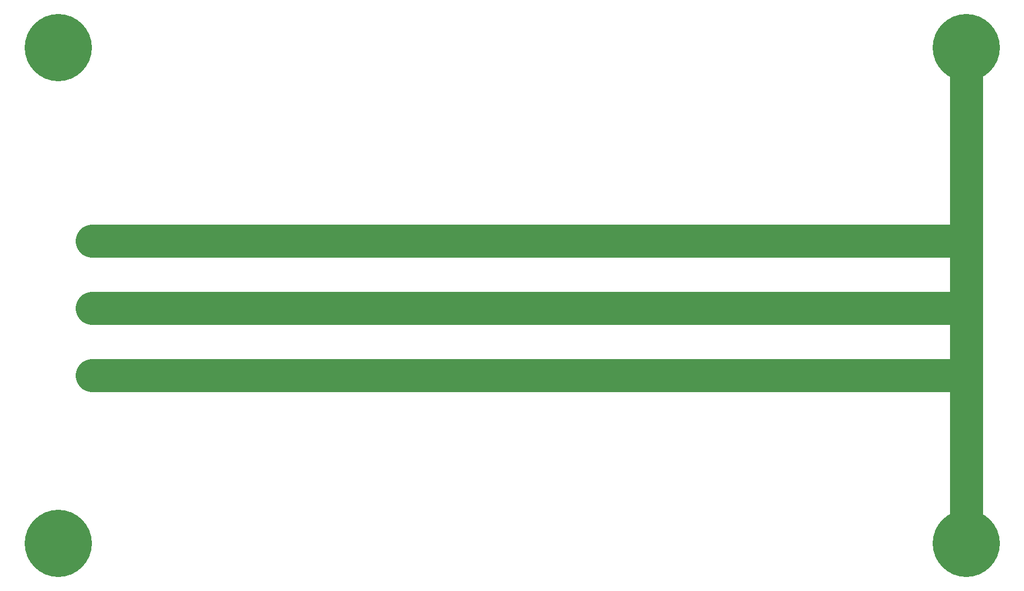
<source format=gbr>
G04 #@! TF.GenerationSoftware,KiCad,Pcbnew,(5.1.2)-1*
G04 #@! TF.CreationDate,2019-05-07T06:50:58+02:00*
G04 #@! TF.ProjectId,SBD electrode by JLCPCB,53424420-656c-4656-9374-726f64652062,rev?*
G04 #@! TF.SameCoordinates,Original*
G04 #@! TF.FileFunction,Copper,L1,Top*
G04 #@! TF.FilePolarity,Positive*
%FSLAX46Y46*%
G04 Gerber Fmt 4.6, Leading zero omitted, Abs format (unit mm)*
G04 Created by KiCad (PCBNEW (5.1.2)-1) date 2019-05-07 06:50:58*
%MOMM*%
%LPD*%
G04 APERTURE LIST*
%ADD10C,10.160000*%
%ADD11C,5.000000*%
G04 APERTURE END LIST*
D10*
X194310000Y-123190000D03*
X57150000Y-123190000D03*
X194310000Y-48260000D03*
X57150000Y-48260000D03*
D11*
X194310000Y-77470000D02*
X62230000Y-77470000D01*
X194310000Y-48260000D02*
X194310000Y-77470000D01*
X194310000Y-87630000D02*
X62230000Y-87630000D01*
X194310000Y-77470000D02*
X194310000Y-87630000D01*
X194310000Y-97790000D02*
X62230000Y-97790000D01*
X194310000Y-97790000D02*
X194310000Y-123190000D01*
X194310000Y-87630000D02*
X194310000Y-97790000D01*
M02*

</source>
